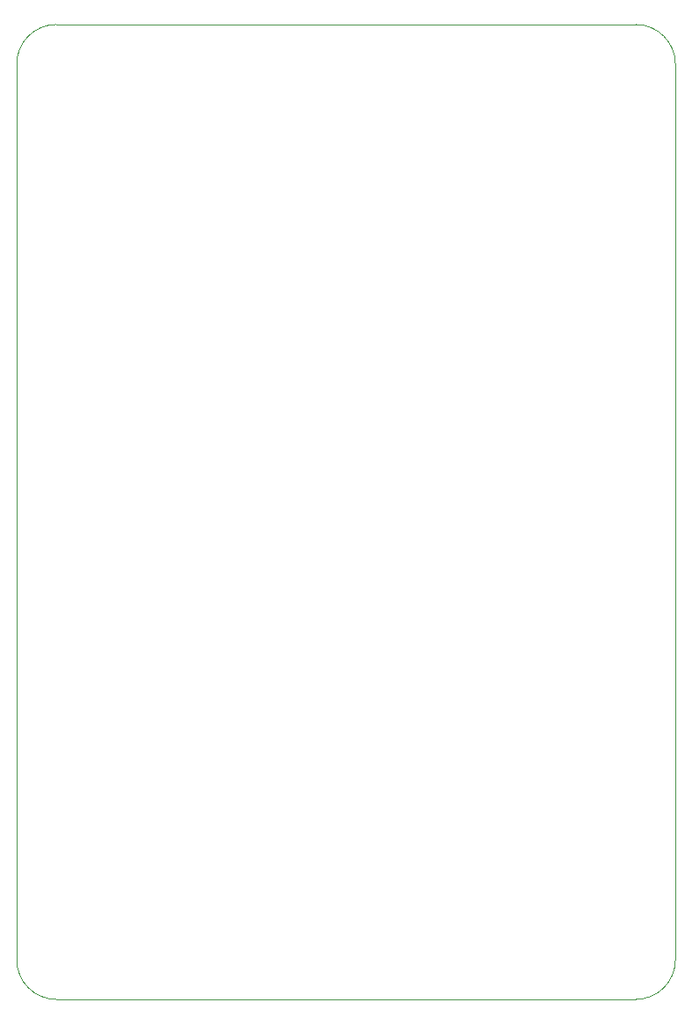
<source format=gbr>
G04 #@! TF.GenerationSoftware,KiCad,Pcbnew,(5.1.5)-3*
G04 #@! TF.CreationDate,2020-03-17T22:17:31+01:00*
G04 #@! TF.ProjectId,SmootherBoard,536d6f6f-7468-4657-9242-6f6172642e6b,rev?*
G04 #@! TF.SameCoordinates,Original*
G04 #@! TF.FileFunction,Profile,NP*
%FSLAX46Y46*%
G04 Gerber Fmt 4.6, Leading zero omitted, Abs format (unit mm)*
G04 Created by KiCad (PCBNEW (5.1.5)-3) date 2020-03-17 22:17:31*
%MOMM*%
%LPD*%
G04 APERTURE LIST*
%ADD10C,0.050000*%
G04 APERTURE END LIST*
D10*
X173990000Y-151130000D02*
X229870000Y-151130000D01*
X229870000Y-57150000D02*
G75*
G02X233680000Y-60960000I0J-3810000D01*
G01*
X233680000Y-147320000D02*
X233680000Y-60960000D01*
X173990000Y-57150000D02*
X229870000Y-57150000D01*
X170180000Y-60960000D02*
G75*
G02X173990000Y-57150000I3810000J0D01*
G01*
X233680000Y-147320000D02*
G75*
G02X229870000Y-151130000I-3810000J0D01*
G01*
X173990000Y-151130000D02*
G75*
G02X170180000Y-147320000I0J3810000D01*
G01*
X170180000Y-60960000D02*
X170180000Y-147320000D01*
M02*

</source>
